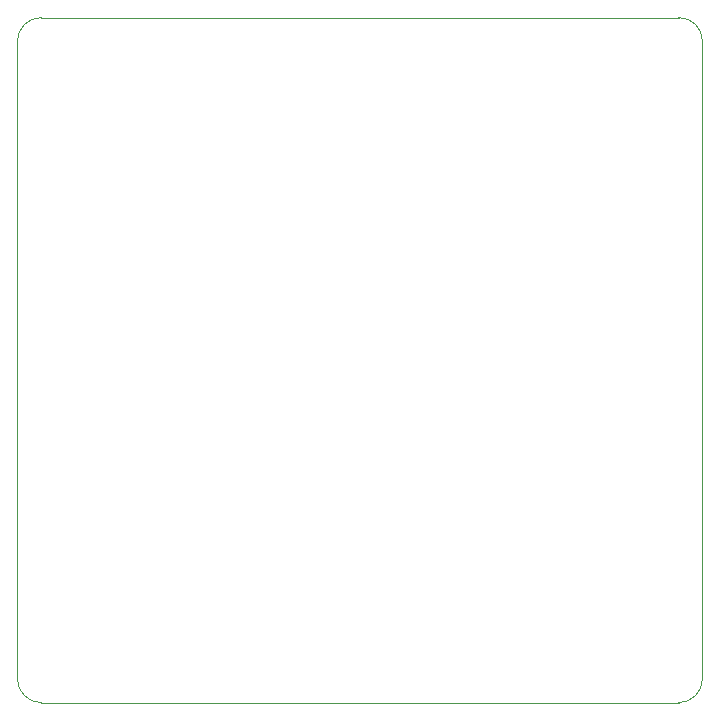
<source format=gbr>
%TF.GenerationSoftware,KiCad,Pcbnew,9.0.3*%
%TF.CreationDate,2025-08-25T20:13:08-03:00*%
%TF.ProjectId,ups_lead_acid_electgpl_v1.0,7570735f-6c65-4616-945f-616369645f65,rev?*%
%TF.SameCoordinates,Original*%
%TF.FileFunction,Profile,NP*%
%FSLAX46Y46*%
G04 Gerber Fmt 4.6, Leading zero omitted, Abs format (unit mm)*
G04 Created by KiCad (PCBNEW 9.0.3) date 2025-08-25 20:13:08*
%MOMM*%
%LPD*%
G01*
G04 APERTURE LIST*
%TA.AperFunction,Profile*%
%ADD10C,0.050000*%
%TD*%
G04 APERTURE END LIST*
D10*
X119700000Y-76742500D02*
G75*
G02*
X121700000Y-74742500I2000000J0D01*
G01*
X119700000Y-130742500D02*
X119700000Y-76742500D01*
X177700000Y-130742500D02*
X177700000Y-76742500D01*
X175700000Y-132742500D02*
X121700000Y-132742500D01*
X175700000Y-74742500D02*
X121700000Y-74742500D01*
X175700000Y-74742500D02*
G75*
G02*
X177700000Y-76742500I0J-2000000D01*
G01*
X121700000Y-132742500D02*
G75*
G02*
X119700000Y-130742500I0J2000000D01*
G01*
X177700000Y-130742500D02*
G75*
G02*
X175700000Y-132742500I-2000000J0D01*
G01*
M02*

</source>
